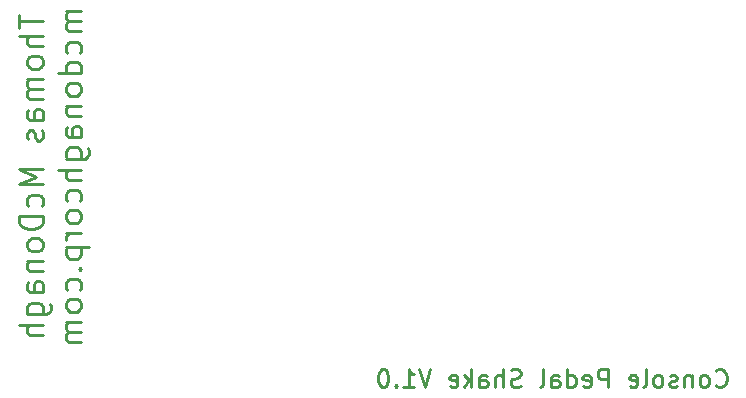
<source format=gbr>
G04 #@! TF.GenerationSoftware,KiCad,Pcbnew,(5.1.7)-1*
G04 #@! TF.CreationDate,2021-05-27T14:05:43-05:00*
G04 #@! TF.ProjectId,ConsolePedalShake,436f6e73-6f6c-4655-9065-64616c536861,rev?*
G04 #@! TF.SameCoordinates,Original*
G04 #@! TF.FileFunction,Legend,Bot*
G04 #@! TF.FilePolarity,Positive*
%FSLAX46Y46*%
G04 Gerber Fmt 4.6, Leading zero omitted, Abs format (unit mm)*
G04 Created by KiCad (PCBNEW (5.1.7)-1) date 2021-05-27 14:05:43*
%MOMM*%
%LPD*%
G01*
G04 APERTURE LIST*
%ADD10C,0.250000*%
G04 APERTURE END LIST*
D10*
X145901428Y-121820714D02*
X145972857Y-121892142D01*
X146187142Y-121963571D01*
X146330000Y-121963571D01*
X146544285Y-121892142D01*
X146687142Y-121749285D01*
X146758571Y-121606428D01*
X146830000Y-121320714D01*
X146830000Y-121106428D01*
X146758571Y-120820714D01*
X146687142Y-120677857D01*
X146544285Y-120535000D01*
X146330000Y-120463571D01*
X146187142Y-120463571D01*
X145972857Y-120535000D01*
X145901428Y-120606428D01*
X145044285Y-121963571D02*
X145187142Y-121892142D01*
X145258571Y-121820714D01*
X145330000Y-121677857D01*
X145330000Y-121249285D01*
X145258571Y-121106428D01*
X145187142Y-121035000D01*
X145044285Y-120963571D01*
X144830000Y-120963571D01*
X144687142Y-121035000D01*
X144615714Y-121106428D01*
X144544285Y-121249285D01*
X144544285Y-121677857D01*
X144615714Y-121820714D01*
X144687142Y-121892142D01*
X144830000Y-121963571D01*
X145044285Y-121963571D01*
X143901428Y-120963571D02*
X143901428Y-121963571D01*
X143901428Y-121106428D02*
X143830000Y-121035000D01*
X143687142Y-120963571D01*
X143472857Y-120963571D01*
X143330000Y-121035000D01*
X143258571Y-121177857D01*
X143258571Y-121963571D01*
X142615714Y-121892142D02*
X142472857Y-121963571D01*
X142187142Y-121963571D01*
X142044285Y-121892142D01*
X141972857Y-121749285D01*
X141972857Y-121677857D01*
X142044285Y-121535000D01*
X142187142Y-121463571D01*
X142401428Y-121463571D01*
X142544285Y-121392142D01*
X142615714Y-121249285D01*
X142615714Y-121177857D01*
X142544285Y-121035000D01*
X142401428Y-120963571D01*
X142187142Y-120963571D01*
X142044285Y-121035000D01*
X141115714Y-121963571D02*
X141258571Y-121892142D01*
X141330000Y-121820714D01*
X141401428Y-121677857D01*
X141401428Y-121249285D01*
X141330000Y-121106428D01*
X141258571Y-121035000D01*
X141115714Y-120963571D01*
X140901428Y-120963571D01*
X140758571Y-121035000D01*
X140687142Y-121106428D01*
X140615714Y-121249285D01*
X140615714Y-121677857D01*
X140687142Y-121820714D01*
X140758571Y-121892142D01*
X140901428Y-121963571D01*
X141115714Y-121963571D01*
X139758571Y-121963571D02*
X139901428Y-121892142D01*
X139972857Y-121749285D01*
X139972857Y-120463571D01*
X138615714Y-121892142D02*
X138758571Y-121963571D01*
X139044285Y-121963571D01*
X139187142Y-121892142D01*
X139258571Y-121749285D01*
X139258571Y-121177857D01*
X139187142Y-121035000D01*
X139044285Y-120963571D01*
X138758571Y-120963571D01*
X138615714Y-121035000D01*
X138544285Y-121177857D01*
X138544285Y-121320714D01*
X139258571Y-121463571D01*
X136758571Y-121963571D02*
X136758571Y-120463571D01*
X136187142Y-120463571D01*
X136044285Y-120535000D01*
X135972857Y-120606428D01*
X135901428Y-120749285D01*
X135901428Y-120963571D01*
X135972857Y-121106428D01*
X136044285Y-121177857D01*
X136187142Y-121249285D01*
X136758571Y-121249285D01*
X134687142Y-121892142D02*
X134830000Y-121963571D01*
X135115714Y-121963571D01*
X135258571Y-121892142D01*
X135330000Y-121749285D01*
X135330000Y-121177857D01*
X135258571Y-121035000D01*
X135115714Y-120963571D01*
X134830000Y-120963571D01*
X134687142Y-121035000D01*
X134615714Y-121177857D01*
X134615714Y-121320714D01*
X135330000Y-121463571D01*
X133330000Y-121963571D02*
X133330000Y-120463571D01*
X133330000Y-121892142D02*
X133472857Y-121963571D01*
X133758571Y-121963571D01*
X133901428Y-121892142D01*
X133972857Y-121820714D01*
X134044285Y-121677857D01*
X134044285Y-121249285D01*
X133972857Y-121106428D01*
X133901428Y-121035000D01*
X133758571Y-120963571D01*
X133472857Y-120963571D01*
X133330000Y-121035000D01*
X131972857Y-121963571D02*
X131972857Y-121177857D01*
X132044285Y-121035000D01*
X132187142Y-120963571D01*
X132472857Y-120963571D01*
X132615714Y-121035000D01*
X131972857Y-121892142D02*
X132115714Y-121963571D01*
X132472857Y-121963571D01*
X132615714Y-121892142D01*
X132687142Y-121749285D01*
X132687142Y-121606428D01*
X132615714Y-121463571D01*
X132472857Y-121392142D01*
X132115714Y-121392142D01*
X131972857Y-121320714D01*
X131044285Y-121963571D02*
X131187142Y-121892142D01*
X131258571Y-121749285D01*
X131258571Y-120463571D01*
X129401428Y-121892142D02*
X129187142Y-121963571D01*
X128830000Y-121963571D01*
X128687142Y-121892142D01*
X128615714Y-121820714D01*
X128544285Y-121677857D01*
X128544285Y-121535000D01*
X128615714Y-121392142D01*
X128687142Y-121320714D01*
X128830000Y-121249285D01*
X129115714Y-121177857D01*
X129258571Y-121106428D01*
X129330000Y-121035000D01*
X129401428Y-120892142D01*
X129401428Y-120749285D01*
X129330000Y-120606428D01*
X129258571Y-120535000D01*
X129115714Y-120463571D01*
X128758571Y-120463571D01*
X128544285Y-120535000D01*
X127901428Y-121963571D02*
X127901428Y-120463571D01*
X127258571Y-121963571D02*
X127258571Y-121177857D01*
X127330000Y-121035000D01*
X127472857Y-120963571D01*
X127687142Y-120963571D01*
X127830000Y-121035000D01*
X127901428Y-121106428D01*
X125901428Y-121963571D02*
X125901428Y-121177857D01*
X125972857Y-121035000D01*
X126115714Y-120963571D01*
X126401428Y-120963571D01*
X126544285Y-121035000D01*
X125901428Y-121892142D02*
X126044285Y-121963571D01*
X126401428Y-121963571D01*
X126544285Y-121892142D01*
X126615714Y-121749285D01*
X126615714Y-121606428D01*
X126544285Y-121463571D01*
X126401428Y-121392142D01*
X126044285Y-121392142D01*
X125901428Y-121320714D01*
X125187142Y-121963571D02*
X125187142Y-120463571D01*
X125044285Y-121392142D02*
X124615714Y-121963571D01*
X124615714Y-120963571D02*
X125187142Y-121535000D01*
X123401428Y-121892142D02*
X123544285Y-121963571D01*
X123830000Y-121963571D01*
X123972857Y-121892142D01*
X124044285Y-121749285D01*
X124044285Y-121177857D01*
X123972857Y-121035000D01*
X123830000Y-120963571D01*
X123544285Y-120963571D01*
X123401428Y-121035000D01*
X123330000Y-121177857D01*
X123330000Y-121320714D01*
X124044285Y-121463571D01*
X121758571Y-120463571D02*
X121258571Y-121963571D01*
X120758571Y-120463571D01*
X119472857Y-121963571D02*
X120330000Y-121963571D01*
X119901428Y-121963571D02*
X119901428Y-120463571D01*
X120044285Y-120677857D01*
X120187142Y-120820714D01*
X120330000Y-120892142D01*
X118830000Y-121820714D02*
X118758571Y-121892142D01*
X118830000Y-121963571D01*
X118901428Y-121892142D01*
X118830000Y-121820714D01*
X118830000Y-121963571D01*
X117830000Y-120463571D02*
X117687142Y-120463571D01*
X117544285Y-120535000D01*
X117472857Y-120606428D01*
X117401428Y-120749285D01*
X117330000Y-121035000D01*
X117330000Y-121392142D01*
X117401428Y-121677857D01*
X117472857Y-121820714D01*
X117544285Y-121892142D01*
X117687142Y-121963571D01*
X117830000Y-121963571D01*
X117972857Y-121892142D01*
X118044285Y-121820714D01*
X118115714Y-121677857D01*
X118187142Y-121392142D01*
X118187142Y-121035000D01*
X118115714Y-120749285D01*
X118044285Y-120606428D01*
X117972857Y-120535000D01*
X117830000Y-120463571D01*
X86941761Y-90425714D02*
X86941761Y-91568571D01*
X88941761Y-90997142D02*
X86941761Y-90997142D01*
X88941761Y-92235238D02*
X86941761Y-92235238D01*
X88941761Y-93092380D02*
X87894142Y-93092380D01*
X87703666Y-92997142D01*
X87608428Y-92806666D01*
X87608428Y-92520952D01*
X87703666Y-92330476D01*
X87798904Y-92235238D01*
X88941761Y-94330476D02*
X88846523Y-94140000D01*
X88751285Y-94044761D01*
X88560809Y-93949523D01*
X87989380Y-93949523D01*
X87798904Y-94044761D01*
X87703666Y-94140000D01*
X87608428Y-94330476D01*
X87608428Y-94616190D01*
X87703666Y-94806666D01*
X87798904Y-94901904D01*
X87989380Y-94997142D01*
X88560809Y-94997142D01*
X88751285Y-94901904D01*
X88846523Y-94806666D01*
X88941761Y-94616190D01*
X88941761Y-94330476D01*
X88941761Y-95854285D02*
X87608428Y-95854285D01*
X87798904Y-95854285D02*
X87703666Y-95949523D01*
X87608428Y-96140000D01*
X87608428Y-96425714D01*
X87703666Y-96616190D01*
X87894142Y-96711428D01*
X88941761Y-96711428D01*
X87894142Y-96711428D02*
X87703666Y-96806666D01*
X87608428Y-96997142D01*
X87608428Y-97282857D01*
X87703666Y-97473333D01*
X87894142Y-97568571D01*
X88941761Y-97568571D01*
X88941761Y-99378095D02*
X87894142Y-99378095D01*
X87703666Y-99282857D01*
X87608428Y-99092380D01*
X87608428Y-98711428D01*
X87703666Y-98520952D01*
X88846523Y-99378095D02*
X88941761Y-99187619D01*
X88941761Y-98711428D01*
X88846523Y-98520952D01*
X88656047Y-98425714D01*
X88465571Y-98425714D01*
X88275095Y-98520952D01*
X88179857Y-98711428D01*
X88179857Y-99187619D01*
X88084619Y-99378095D01*
X88846523Y-100235238D02*
X88941761Y-100425714D01*
X88941761Y-100806666D01*
X88846523Y-100997142D01*
X88656047Y-101092380D01*
X88560809Y-101092380D01*
X88370333Y-100997142D01*
X88275095Y-100806666D01*
X88275095Y-100520952D01*
X88179857Y-100330476D01*
X87989380Y-100235238D01*
X87894142Y-100235238D01*
X87703666Y-100330476D01*
X87608428Y-100520952D01*
X87608428Y-100806666D01*
X87703666Y-100997142D01*
X88941761Y-103473333D02*
X86941761Y-103473333D01*
X88370333Y-104140000D01*
X86941761Y-104806666D01*
X88941761Y-104806666D01*
X88846523Y-106616190D02*
X88941761Y-106425714D01*
X88941761Y-106044761D01*
X88846523Y-105854285D01*
X88751285Y-105759047D01*
X88560809Y-105663809D01*
X87989380Y-105663809D01*
X87798904Y-105759047D01*
X87703666Y-105854285D01*
X87608428Y-106044761D01*
X87608428Y-106425714D01*
X87703666Y-106616190D01*
X88941761Y-107473333D02*
X86941761Y-107473333D01*
X86941761Y-107949523D01*
X87037000Y-108235238D01*
X87227476Y-108425714D01*
X87417952Y-108520952D01*
X87798904Y-108616190D01*
X88084619Y-108616190D01*
X88465571Y-108520952D01*
X88656047Y-108425714D01*
X88846523Y-108235238D01*
X88941761Y-107949523D01*
X88941761Y-107473333D01*
X88941761Y-109759047D02*
X88846523Y-109568571D01*
X88751285Y-109473333D01*
X88560809Y-109378095D01*
X87989380Y-109378095D01*
X87798904Y-109473333D01*
X87703666Y-109568571D01*
X87608428Y-109759047D01*
X87608428Y-110044761D01*
X87703666Y-110235238D01*
X87798904Y-110330476D01*
X87989380Y-110425714D01*
X88560809Y-110425714D01*
X88751285Y-110330476D01*
X88846523Y-110235238D01*
X88941761Y-110044761D01*
X88941761Y-109759047D01*
X87608428Y-111282857D02*
X88941761Y-111282857D01*
X87798904Y-111282857D02*
X87703666Y-111378095D01*
X87608428Y-111568571D01*
X87608428Y-111854285D01*
X87703666Y-112044761D01*
X87894142Y-112140000D01*
X88941761Y-112140000D01*
X88941761Y-113949523D02*
X87894142Y-113949523D01*
X87703666Y-113854285D01*
X87608428Y-113663809D01*
X87608428Y-113282857D01*
X87703666Y-113092380D01*
X88846523Y-113949523D02*
X88941761Y-113759047D01*
X88941761Y-113282857D01*
X88846523Y-113092380D01*
X88656047Y-112997142D01*
X88465571Y-112997142D01*
X88275095Y-113092380D01*
X88179857Y-113282857D01*
X88179857Y-113759047D01*
X88084619Y-113949523D01*
X87608428Y-115759047D02*
X89227476Y-115759047D01*
X89417952Y-115663809D01*
X89513190Y-115568571D01*
X89608428Y-115378095D01*
X89608428Y-115092380D01*
X89513190Y-114901904D01*
X88846523Y-115759047D02*
X88941761Y-115568571D01*
X88941761Y-115187619D01*
X88846523Y-114997142D01*
X88751285Y-114901904D01*
X88560809Y-114806666D01*
X87989380Y-114806666D01*
X87798904Y-114901904D01*
X87703666Y-114997142D01*
X87608428Y-115187619D01*
X87608428Y-115568571D01*
X87703666Y-115759047D01*
X88941761Y-116711428D02*
X86941761Y-116711428D01*
X88941761Y-117568571D02*
X87894142Y-117568571D01*
X87703666Y-117473333D01*
X87608428Y-117282857D01*
X87608428Y-116997142D01*
X87703666Y-116806666D01*
X87798904Y-116711428D01*
X92191761Y-90140000D02*
X90858428Y-90140000D01*
X91048904Y-90140000D02*
X90953666Y-90235238D01*
X90858428Y-90425714D01*
X90858428Y-90711428D01*
X90953666Y-90901904D01*
X91144142Y-90997142D01*
X92191761Y-90997142D01*
X91144142Y-90997142D02*
X90953666Y-91092380D01*
X90858428Y-91282857D01*
X90858428Y-91568571D01*
X90953666Y-91759047D01*
X91144142Y-91854285D01*
X92191761Y-91854285D01*
X92096523Y-93663809D02*
X92191761Y-93473333D01*
X92191761Y-93092380D01*
X92096523Y-92901904D01*
X92001285Y-92806666D01*
X91810809Y-92711428D01*
X91239380Y-92711428D01*
X91048904Y-92806666D01*
X90953666Y-92901904D01*
X90858428Y-93092380D01*
X90858428Y-93473333D01*
X90953666Y-93663809D01*
X92191761Y-95378095D02*
X90191761Y-95378095D01*
X92096523Y-95378095D02*
X92191761Y-95187619D01*
X92191761Y-94806666D01*
X92096523Y-94616190D01*
X92001285Y-94520952D01*
X91810809Y-94425714D01*
X91239380Y-94425714D01*
X91048904Y-94520952D01*
X90953666Y-94616190D01*
X90858428Y-94806666D01*
X90858428Y-95187619D01*
X90953666Y-95378095D01*
X92191761Y-96616190D02*
X92096523Y-96425714D01*
X92001285Y-96330476D01*
X91810809Y-96235238D01*
X91239380Y-96235238D01*
X91048904Y-96330476D01*
X90953666Y-96425714D01*
X90858428Y-96616190D01*
X90858428Y-96901904D01*
X90953666Y-97092380D01*
X91048904Y-97187619D01*
X91239380Y-97282857D01*
X91810809Y-97282857D01*
X92001285Y-97187619D01*
X92096523Y-97092380D01*
X92191761Y-96901904D01*
X92191761Y-96616190D01*
X90858428Y-98140000D02*
X92191761Y-98140000D01*
X91048904Y-98140000D02*
X90953666Y-98235238D01*
X90858428Y-98425714D01*
X90858428Y-98711428D01*
X90953666Y-98901904D01*
X91144142Y-98997142D01*
X92191761Y-98997142D01*
X92191761Y-100806666D02*
X91144142Y-100806666D01*
X90953666Y-100711428D01*
X90858428Y-100520952D01*
X90858428Y-100140000D01*
X90953666Y-99949523D01*
X92096523Y-100806666D02*
X92191761Y-100616190D01*
X92191761Y-100140000D01*
X92096523Y-99949523D01*
X91906047Y-99854285D01*
X91715571Y-99854285D01*
X91525095Y-99949523D01*
X91429857Y-100140000D01*
X91429857Y-100616190D01*
X91334619Y-100806666D01*
X90858428Y-102616190D02*
X92477476Y-102616190D01*
X92667952Y-102520952D01*
X92763190Y-102425714D01*
X92858428Y-102235238D01*
X92858428Y-101949523D01*
X92763190Y-101759047D01*
X92096523Y-102616190D02*
X92191761Y-102425714D01*
X92191761Y-102044761D01*
X92096523Y-101854285D01*
X92001285Y-101759047D01*
X91810809Y-101663809D01*
X91239380Y-101663809D01*
X91048904Y-101759047D01*
X90953666Y-101854285D01*
X90858428Y-102044761D01*
X90858428Y-102425714D01*
X90953666Y-102616190D01*
X92191761Y-103568571D02*
X90191761Y-103568571D01*
X92191761Y-104425714D02*
X91144142Y-104425714D01*
X90953666Y-104330476D01*
X90858428Y-104140000D01*
X90858428Y-103854285D01*
X90953666Y-103663809D01*
X91048904Y-103568571D01*
X92096523Y-106235238D02*
X92191761Y-106044761D01*
X92191761Y-105663809D01*
X92096523Y-105473333D01*
X92001285Y-105378095D01*
X91810809Y-105282857D01*
X91239380Y-105282857D01*
X91048904Y-105378095D01*
X90953666Y-105473333D01*
X90858428Y-105663809D01*
X90858428Y-106044761D01*
X90953666Y-106235238D01*
X92191761Y-107378095D02*
X92096523Y-107187619D01*
X92001285Y-107092380D01*
X91810809Y-106997142D01*
X91239380Y-106997142D01*
X91048904Y-107092380D01*
X90953666Y-107187619D01*
X90858428Y-107378095D01*
X90858428Y-107663809D01*
X90953666Y-107854285D01*
X91048904Y-107949523D01*
X91239380Y-108044761D01*
X91810809Y-108044761D01*
X92001285Y-107949523D01*
X92096523Y-107854285D01*
X92191761Y-107663809D01*
X92191761Y-107378095D01*
X92191761Y-108901904D02*
X90858428Y-108901904D01*
X91239380Y-108901904D02*
X91048904Y-108997142D01*
X90953666Y-109092380D01*
X90858428Y-109282857D01*
X90858428Y-109473333D01*
X90858428Y-110140000D02*
X92858428Y-110140000D01*
X90953666Y-110140000D02*
X90858428Y-110330476D01*
X90858428Y-110711428D01*
X90953666Y-110901904D01*
X91048904Y-110997142D01*
X91239380Y-111092380D01*
X91810809Y-111092380D01*
X92001285Y-110997142D01*
X92096523Y-110901904D01*
X92191761Y-110711428D01*
X92191761Y-110330476D01*
X92096523Y-110140000D01*
X92001285Y-111949523D02*
X92096523Y-112044761D01*
X92191761Y-111949523D01*
X92096523Y-111854285D01*
X92001285Y-111949523D01*
X92191761Y-111949523D01*
X92096523Y-113759047D02*
X92191761Y-113568571D01*
X92191761Y-113187619D01*
X92096523Y-112997142D01*
X92001285Y-112901904D01*
X91810809Y-112806666D01*
X91239380Y-112806666D01*
X91048904Y-112901904D01*
X90953666Y-112997142D01*
X90858428Y-113187619D01*
X90858428Y-113568571D01*
X90953666Y-113759047D01*
X92191761Y-114901904D02*
X92096523Y-114711428D01*
X92001285Y-114616190D01*
X91810809Y-114520952D01*
X91239380Y-114520952D01*
X91048904Y-114616190D01*
X90953666Y-114711428D01*
X90858428Y-114901904D01*
X90858428Y-115187619D01*
X90953666Y-115378095D01*
X91048904Y-115473333D01*
X91239380Y-115568571D01*
X91810809Y-115568571D01*
X92001285Y-115473333D01*
X92096523Y-115378095D01*
X92191761Y-115187619D01*
X92191761Y-114901904D01*
X92191761Y-116425714D02*
X90858428Y-116425714D01*
X91048904Y-116425714D02*
X90953666Y-116520952D01*
X90858428Y-116711428D01*
X90858428Y-116997142D01*
X90953666Y-117187619D01*
X91144142Y-117282857D01*
X92191761Y-117282857D01*
X91144142Y-117282857D02*
X90953666Y-117378095D01*
X90858428Y-117568571D01*
X90858428Y-117854285D01*
X90953666Y-118044761D01*
X91144142Y-118140000D01*
X92191761Y-118140000D01*
M02*

</source>
